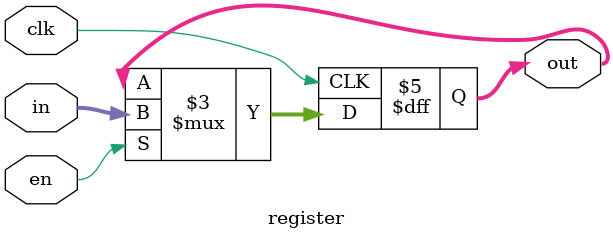
<source format=v>
module register(
  input  wire 		clk,		// clock
  input  wire[7:0]	in,		// input
  input  wire 		en,		// enable
  output reg[7:0] 	out = 8'b0	// output
);

  always @(posedge clk)
    if (en)
      out[7:0] <= in[7:0];

endmodule

</source>
